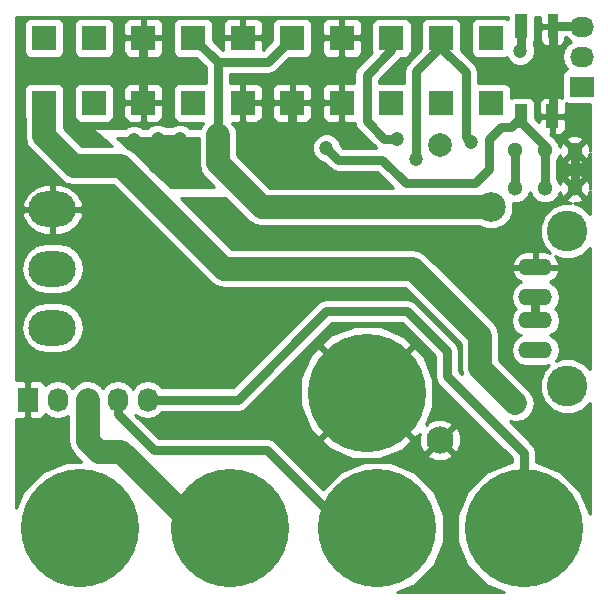
<source format=gbl>
%FSLAX46Y46*%
G04 Gerber Fmt 4.6, Leading zero omitted, Abs format (unit mm)*
G04 Created by KiCad (PCBNEW (2014-09-02 BZR 5112)-product) date jeu. 26 mars 2015 23:29:14 CET*
%MOMM*%
G01*
G04 APERTURE LIST*
%ADD10C,0.150000*%
%ADD11R,2.125980X2.125980*%
%ADD12C,10.000000*%
%ADD13O,4.000500X2.999740*%
%ADD14C,1.300000*%
%ADD15O,2.850000X1.425000*%
%ADD16C,3.450000*%
%ADD17C,1.998980*%
%ADD18C,2.301240*%
%ADD19R,1.727200X2.032000*%
%ADD20O,1.727200X2.032000*%
%ADD21R,2.032000X1.727200*%
%ADD22O,2.032000X1.727200*%
%ADD23R,0.899160X1.998980*%
%ADD24R,1.000760X1.998980*%
%ADD25C,1.200000*%
%ADD26C,2.500000*%
%ADD27C,0.800000*%
%ADD28C,2.000000*%
%ADD29C,0.254000*%
G04 APERTURE END LIST*
D10*
D11*
X109899860Y-52049180D03*
X109899860Y-57550820D03*
X114101020Y-52049180D03*
X114101020Y-57550820D03*
X118299640Y-52049180D03*
X118299640Y-57550820D03*
X122500800Y-52049180D03*
X122500800Y-57550820D03*
X126699420Y-52049180D03*
X126699420Y-57550820D03*
X130900580Y-52049180D03*
X130900580Y-57550820D03*
X135099200Y-52049180D03*
X135099200Y-57550820D03*
X139300360Y-52049180D03*
X139300360Y-57550820D03*
X143498980Y-52049180D03*
X143498980Y-57550820D03*
X147700140Y-52049180D03*
X147700140Y-57550820D03*
D12*
X125600000Y-93600000D03*
X150500000Y-93600000D03*
X112900000Y-93600000D03*
X137200000Y-82100000D03*
D13*
X110600000Y-71598740D03*
X110600000Y-66597480D03*
X110600000Y-76600000D03*
D12*
X138100000Y-93600000D03*
D14*
X152300000Y-64800000D03*
X154800000Y-64800000D03*
X149800000Y-64800000D03*
X149800000Y-61600000D03*
X154800000Y-61600000D03*
X152300000Y-61600000D03*
D15*
X151490000Y-78500000D03*
X151490000Y-76000000D03*
X151490000Y-74000000D03*
X151490000Y-71500000D03*
D16*
X154200000Y-81570000D03*
X154200000Y-68430000D03*
D17*
X143400000Y-61100660D03*
D18*
X143400000Y-86099340D03*
D19*
X108500000Y-82700000D03*
D20*
X111040000Y-82700000D03*
X113580000Y-82700000D03*
X116120000Y-82700000D03*
X118660000Y-82700000D03*
D21*
X155400000Y-56200000D03*
D22*
X155400000Y-53660000D03*
X155400000Y-51120000D03*
D23*
X152948740Y-51100160D03*
D24*
X150299520Y-51100160D03*
X150299520Y-58699840D03*
X152900480Y-58699840D03*
D25*
X139800000Y-60600000D03*
X141400000Y-62300000D03*
X146000000Y-60900000D03*
X117500000Y-60700000D03*
X119500000Y-60600000D03*
X121400000Y-60600000D03*
X122400000Y-61500000D03*
X120600000Y-61600000D03*
X118400000Y-61700000D03*
X119900000Y-62700000D03*
X121400000Y-62700000D03*
X121000000Y-63900000D03*
D26*
X147700000Y-66400000D03*
D25*
X131900000Y-68800000D03*
X131100000Y-63000000D03*
X149800000Y-83000000D03*
X133800000Y-61400000D03*
X150200000Y-53200000D03*
D27*
X138700000Y-60600000D02*
X139800000Y-60600000D01*
X137200000Y-59100000D02*
X138700000Y-60600000D01*
X137200000Y-55200000D02*
X137200000Y-59100000D01*
X139300360Y-53099640D02*
X137200000Y-55200000D01*
X139300360Y-52049180D02*
X139300360Y-53099640D01*
X141400000Y-54900000D02*
X141400000Y-62300000D01*
X143498980Y-52801020D02*
X141400000Y-54900000D01*
X143498980Y-52049180D02*
X143498980Y-52801020D01*
X143498980Y-52049180D02*
X143498980Y-52598980D01*
X143498980Y-52801020D02*
X143498980Y-52049180D01*
X145600000Y-55000000D02*
X145600000Y-60500000D01*
X145600000Y-60500000D02*
X146000000Y-60900000D01*
X143498980Y-52898980D02*
X145600000Y-55000000D01*
X143498980Y-52049180D02*
X143498980Y-52898980D01*
X121400000Y-60600000D02*
X119500000Y-60600000D01*
X120700000Y-61500000D02*
X122400000Y-61500000D01*
X120600000Y-61600000D02*
X120700000Y-61500000D01*
X118800000Y-62100000D02*
X118400000Y-61700000D01*
X119300000Y-62100000D02*
X118800000Y-62100000D01*
X119900000Y-62700000D02*
X119300000Y-62100000D01*
X121400000Y-63500000D02*
X121400000Y-62700000D01*
X121000000Y-63900000D02*
X121400000Y-63500000D01*
X124576500Y-54124880D02*
X122500800Y-52049180D01*
X124600000Y-54124880D02*
X124576500Y-54124880D01*
X130900580Y-52049180D02*
X128824880Y-54124880D01*
X128824880Y-54124880D02*
X124600000Y-54124880D01*
X124600000Y-54124880D02*
X124600000Y-59200000D01*
X124600000Y-60300000D02*
X124600000Y-59200000D01*
D28*
X124600000Y-62700000D02*
X124600000Y-60300000D01*
X128300000Y-66400000D02*
X124600000Y-62700000D01*
X136800000Y-66400000D02*
X128300000Y-66400000D01*
X136900000Y-66400000D02*
X136800000Y-66400000D01*
X136800000Y-66400000D02*
X147700000Y-66400000D01*
D27*
X151490000Y-74000000D02*
X151490000Y-76000000D01*
X131100000Y-63000000D02*
X130900580Y-62800580D01*
X130900580Y-62800580D02*
X130900580Y-57550820D01*
X118299640Y-52049180D02*
X118299640Y-57550820D01*
X154800000Y-61600000D02*
X154800000Y-64800000D01*
X152948740Y-51100160D02*
X152948740Y-51551260D01*
X152948740Y-58651580D02*
X152900480Y-58699840D01*
X152948740Y-51100160D02*
X152948740Y-58651580D01*
X155380160Y-51100160D02*
X155400000Y-51120000D01*
X152948740Y-51100160D02*
X155380160Y-51100160D01*
D28*
X109899860Y-60299860D02*
X109899860Y-60399860D01*
X109899860Y-57550820D02*
X109899860Y-60299860D01*
X146800000Y-80000000D02*
X149800000Y-83000000D01*
X146800000Y-77300000D02*
X146800000Y-80000000D01*
X141100000Y-71600000D02*
X146800000Y-77300000D01*
X125100000Y-71600000D02*
X141100000Y-71600000D01*
X116400000Y-62900000D02*
X125100000Y-71600000D01*
X112400000Y-62900000D02*
X116400000Y-62900000D01*
X109899860Y-60399860D02*
X112400000Y-62900000D01*
D27*
X152300000Y-61200000D02*
X152300000Y-64800000D01*
X150299520Y-59199520D02*
X152300000Y-61200000D01*
X150299520Y-58699840D02*
X150299520Y-59199520D01*
X149399360Y-59600000D02*
X150299520Y-58699840D01*
X146400000Y-64400000D02*
X147600000Y-63200000D01*
X147600000Y-63200000D02*
X147600000Y-60600000D01*
X147600000Y-60600000D02*
X148600000Y-59600000D01*
X140500000Y-64400000D02*
X143900000Y-64400000D01*
X138500000Y-62400000D02*
X140500000Y-64400000D01*
X134800000Y-62400000D02*
X138500000Y-62400000D01*
X133800000Y-61400000D02*
X134800000Y-62400000D01*
X143900000Y-64400000D02*
X146400000Y-64400000D01*
X148600000Y-59600000D02*
X149399360Y-59600000D01*
X116120000Y-82700000D02*
X116120000Y-83920000D01*
X128800000Y-87000000D02*
X135400000Y-93600000D01*
X119200000Y-87000000D02*
X128800000Y-87000000D01*
X116120000Y-83920000D02*
X119200000Y-87000000D01*
X135400000Y-93600000D02*
X138100000Y-93600000D01*
X150500000Y-93600000D02*
X150500000Y-87200000D01*
X126300000Y-82700000D02*
X118660000Y-82700000D01*
X133800000Y-75200000D02*
X126300000Y-82700000D01*
X140600000Y-75200000D02*
X133800000Y-75200000D01*
X144000000Y-78600000D02*
X140600000Y-75200000D01*
X144000000Y-80700000D02*
X144000000Y-78600000D01*
X150500000Y-87200000D02*
X144000000Y-80700000D01*
D28*
X125600000Y-93600000D02*
X122900000Y-93600000D01*
X122900000Y-93600000D02*
X116400000Y-87100000D01*
X113580000Y-86180000D02*
X113580000Y-82700000D01*
X114500000Y-87100000D02*
X113580000Y-86180000D01*
X116400000Y-87100000D02*
X114500000Y-87100000D01*
D27*
X149800000Y-64800000D02*
X149800000Y-61600000D01*
X150200000Y-53200000D02*
X150299520Y-53100480D01*
X150299520Y-53100480D02*
X150299520Y-51100160D01*
D29*
G36*
X149465000Y-87964094D02*
X149384047Y-87964024D01*
X147312199Y-88820094D01*
X145725665Y-90403861D01*
X145195634Y-91680317D01*
X145195634Y-86399825D01*
X145173940Y-85689792D01*
X144943959Y-85134569D01*
X144661473Y-85017472D01*
X144481868Y-85197077D01*
X144481868Y-84837867D01*
X144364771Y-84555381D01*
X143700485Y-84303706D01*
X142990452Y-84325400D01*
X142435229Y-84555381D01*
X142318132Y-84837864D01*
X142204203Y-84723935D01*
X142203571Y-84724566D01*
X142814933Y-83317417D01*
X142853407Y-81076005D01*
X142031202Y-78990487D01*
X141921636Y-78826511D01*
X141239137Y-78240468D01*
X141059532Y-78420073D01*
X141059532Y-78060863D01*
X140473489Y-77378364D01*
X138417417Y-76485067D01*
X136176005Y-76446593D01*
X134090487Y-77268798D01*
X133926511Y-77378364D01*
X133340468Y-78060863D01*
X137200000Y-81920395D01*
X141059532Y-78060863D01*
X141059532Y-78420073D01*
X137379605Y-82100000D01*
X141239137Y-85959532D01*
X141690246Y-85572176D01*
X141604366Y-85798855D01*
X141626060Y-86508888D01*
X141856041Y-87064111D01*
X142138527Y-87181208D01*
X143220395Y-86099340D01*
X143206252Y-86085197D01*
X143385857Y-85905592D01*
X143400000Y-85919735D01*
X144481868Y-84837867D01*
X144481868Y-85197077D01*
X143579605Y-86099340D01*
X144661473Y-87181208D01*
X144943959Y-87064111D01*
X145195634Y-86399825D01*
X145195634Y-91680317D01*
X144865980Y-92474212D01*
X144864024Y-94715953D01*
X145720094Y-96787801D01*
X147303861Y-98374335D01*
X148786546Y-98990000D01*
X144481868Y-98990000D01*
X144481868Y-87360813D01*
X143400000Y-86278945D01*
X143220395Y-86458550D01*
X142318132Y-87360813D01*
X142435229Y-87643299D01*
X143099515Y-87894974D01*
X143809548Y-87873280D01*
X144364771Y-87643299D01*
X144481868Y-87360813D01*
X144481868Y-98990000D01*
X139811260Y-98990000D01*
X141287801Y-98379906D01*
X142874335Y-96796139D01*
X143734020Y-94725788D01*
X143735976Y-92484047D01*
X142879906Y-90412199D01*
X141296139Y-88825665D01*
X141059532Y-88727417D01*
X141059532Y-86139137D01*
X137200000Y-82279605D01*
X137020395Y-82459210D01*
X137020395Y-82100000D01*
X133160863Y-78240468D01*
X132478364Y-78826511D01*
X131585067Y-80882583D01*
X131546593Y-83123995D01*
X132368798Y-85209513D01*
X132478364Y-85373489D01*
X133160863Y-85959532D01*
X137020395Y-82100000D01*
X137020395Y-82459210D01*
X133340468Y-86139137D01*
X133926511Y-86821636D01*
X135982583Y-87714933D01*
X138223995Y-87753407D01*
X140309513Y-86931202D01*
X140473489Y-86821636D01*
X141059532Y-86139137D01*
X141059532Y-88727417D01*
X139225788Y-87965980D01*
X136984047Y-87964024D01*
X134912199Y-88820094D01*
X133496767Y-90233056D01*
X129531856Y-86268144D01*
X129196077Y-86043785D01*
X128800000Y-85964999D01*
X128799994Y-85965000D01*
X126227000Y-85965000D01*
X119628711Y-85965000D01*
X117623826Y-83960115D01*
X118086511Y-84269271D01*
X118660000Y-84383345D01*
X119233489Y-84269271D01*
X119719670Y-83944415D01*
X119859596Y-83735000D01*
X126227000Y-83735000D01*
X126299994Y-83735000D01*
X126300000Y-83735001D01*
X126300000Y-83735000D01*
X126696077Y-83656215D01*
X127031856Y-83431856D01*
X134228711Y-76235000D01*
X140171288Y-76235000D01*
X142965000Y-79028711D01*
X142965000Y-80699994D01*
X142964999Y-80700000D01*
X143043785Y-81096077D01*
X143268144Y-81431856D01*
X149465000Y-87628711D01*
X149465000Y-87964094D01*
X149465000Y-87964094D01*
G37*
X149465000Y-87964094D02*
X149384047Y-87964024D01*
X147312199Y-88820094D01*
X145725665Y-90403861D01*
X145195634Y-91680317D01*
X145195634Y-86399825D01*
X145173940Y-85689792D01*
X144943959Y-85134569D01*
X144661473Y-85017472D01*
X144481868Y-85197077D01*
X144481868Y-84837867D01*
X144364771Y-84555381D01*
X143700485Y-84303706D01*
X142990452Y-84325400D01*
X142435229Y-84555381D01*
X142318132Y-84837864D01*
X142204203Y-84723935D01*
X142203571Y-84724566D01*
X142814933Y-83317417D01*
X142853407Y-81076005D01*
X142031202Y-78990487D01*
X141921636Y-78826511D01*
X141239137Y-78240468D01*
X141059532Y-78420073D01*
X141059532Y-78060863D01*
X140473489Y-77378364D01*
X138417417Y-76485067D01*
X136176005Y-76446593D01*
X134090487Y-77268798D01*
X133926511Y-77378364D01*
X133340468Y-78060863D01*
X137200000Y-81920395D01*
X141059532Y-78060863D01*
X141059532Y-78420073D01*
X137379605Y-82100000D01*
X141239137Y-85959532D01*
X141690246Y-85572176D01*
X141604366Y-85798855D01*
X141626060Y-86508888D01*
X141856041Y-87064111D01*
X142138527Y-87181208D01*
X143220395Y-86099340D01*
X143206252Y-86085197D01*
X143385857Y-85905592D01*
X143400000Y-85919735D01*
X144481868Y-84837867D01*
X144481868Y-85197077D01*
X143579605Y-86099340D01*
X144661473Y-87181208D01*
X144943959Y-87064111D01*
X145195634Y-86399825D01*
X145195634Y-91680317D01*
X144865980Y-92474212D01*
X144864024Y-94715953D01*
X145720094Y-96787801D01*
X147303861Y-98374335D01*
X148786546Y-98990000D01*
X144481868Y-98990000D01*
X144481868Y-87360813D01*
X143400000Y-86278945D01*
X143220395Y-86458550D01*
X142318132Y-87360813D01*
X142435229Y-87643299D01*
X143099515Y-87894974D01*
X143809548Y-87873280D01*
X144364771Y-87643299D01*
X144481868Y-87360813D01*
X144481868Y-98990000D01*
X139811260Y-98990000D01*
X141287801Y-98379906D01*
X142874335Y-96796139D01*
X143734020Y-94725788D01*
X143735976Y-92484047D01*
X142879906Y-90412199D01*
X141296139Y-88825665D01*
X141059532Y-88727417D01*
X141059532Y-86139137D01*
X137200000Y-82279605D01*
X137020395Y-82459210D01*
X137020395Y-82100000D01*
X133160863Y-78240468D01*
X132478364Y-78826511D01*
X131585067Y-80882583D01*
X131546593Y-83123995D01*
X132368798Y-85209513D01*
X132478364Y-85373489D01*
X133160863Y-85959532D01*
X137020395Y-82100000D01*
X137020395Y-82459210D01*
X133340468Y-86139137D01*
X133926511Y-86821636D01*
X135982583Y-87714933D01*
X138223995Y-87753407D01*
X140309513Y-86931202D01*
X140473489Y-86821636D01*
X141059532Y-86139137D01*
X141059532Y-88727417D01*
X139225788Y-87965980D01*
X136984047Y-87964024D01*
X134912199Y-88820094D01*
X133496767Y-90233056D01*
X129531856Y-86268144D01*
X129196077Y-86043785D01*
X128800000Y-85964999D01*
X128799994Y-85965000D01*
X126227000Y-85965000D01*
X119628711Y-85965000D01*
X117623826Y-83960115D01*
X118086511Y-84269271D01*
X118660000Y-84383345D01*
X119233489Y-84269271D01*
X119719670Y-83944415D01*
X119859596Y-83735000D01*
X126227000Y-83735000D01*
X126299994Y-83735000D01*
X126300000Y-83735001D01*
X126300000Y-83735000D01*
X126696077Y-83656215D01*
X127031856Y-83431856D01*
X134228711Y-76235000D01*
X140171288Y-76235000D01*
X142965000Y-79028711D01*
X142965000Y-80699994D01*
X142964999Y-80700000D01*
X143043785Y-81096077D01*
X143268144Y-81431856D01*
X149465000Y-87628711D01*
X149465000Y-87964094D01*
G36*
X156090000Y-92372776D02*
X155279906Y-90412199D01*
X153696139Y-88825665D01*
X151625788Y-87965980D01*
X151535000Y-87965900D01*
X151535000Y-87200005D01*
X151535000Y-87200000D01*
X151535001Y-87200000D01*
X151456215Y-86803923D01*
X151231856Y-86468144D01*
X151231852Y-86468141D01*
X149299070Y-84535358D01*
X149800000Y-84635001D01*
X150425688Y-84510543D01*
X150956120Y-84156120D01*
X151310543Y-83625688D01*
X151435001Y-83000000D01*
X151310543Y-82374313D01*
X150956120Y-81843881D01*
X148435000Y-79322760D01*
X148435000Y-77300000D01*
X148310543Y-76674313D01*
X148310543Y-76674312D01*
X148168580Y-76461851D01*
X147956120Y-76143880D01*
X147956116Y-76143877D01*
X142256120Y-70443880D01*
X141725688Y-70089457D01*
X141100000Y-69964999D01*
X141099994Y-69965000D01*
X126227000Y-69965000D01*
X125777240Y-69965000D01*
X121439240Y-65627000D01*
X125214760Y-65627000D01*
X126227000Y-66639239D01*
X127143877Y-67556116D01*
X127143880Y-67556120D01*
X127461851Y-67768580D01*
X127674312Y-67910543D01*
X127674313Y-67910543D01*
X128300000Y-68035000D01*
X136800000Y-68035000D01*
X136900000Y-68035000D01*
X146722129Y-68035000D01*
X147323405Y-68284672D01*
X148073305Y-68285326D01*
X148766372Y-67998957D01*
X149297093Y-67469161D01*
X149584672Y-66776595D01*
X149585275Y-66084813D01*
X150054481Y-66085223D01*
X150526943Y-65890005D01*
X150888735Y-65528845D01*
X151050155Y-65140102D01*
X151209995Y-65526943D01*
X151571155Y-65888735D01*
X152043276Y-66084777D01*
X152554481Y-66085223D01*
X153026943Y-65890005D01*
X153388735Y-65528845D01*
X153543238Y-65156760D01*
X153670389Y-65463729D01*
X153900984Y-65519410D01*
X154620395Y-64800000D01*
X153900984Y-64080590D01*
X153670389Y-64136271D01*
X153554147Y-64470310D01*
X153390005Y-64073057D01*
X153335000Y-64017955D01*
X153335000Y-62382486D01*
X153388735Y-62328845D01*
X153543238Y-61956760D01*
X153670389Y-62263729D01*
X153900984Y-62319410D01*
X154620395Y-61600000D01*
X154035860Y-61015465D01*
X154035860Y-59825639D01*
X154035860Y-58985590D01*
X153877110Y-58826840D01*
X153027480Y-58826840D01*
X153027480Y-60175580D01*
X153186230Y-60334330D01*
X153274551Y-60334330D01*
X153527170Y-60334330D01*
X153760559Y-60237657D01*
X153939187Y-60059028D01*
X154035860Y-59825639D01*
X154035860Y-61015465D01*
X153900984Y-60880590D01*
X153670389Y-60936271D01*
X153554147Y-61270310D01*
X153390005Y-60873057D01*
X153125088Y-60607676D01*
X153031856Y-60468145D01*
X153031856Y-60468144D01*
X153031852Y-60468141D01*
X152821740Y-60258029D01*
X152821740Y-52575900D01*
X152821740Y-51227160D01*
X152022910Y-51227160D01*
X151864160Y-51385910D01*
X151864160Y-52225959D01*
X151960833Y-52459348D01*
X152139461Y-52637977D01*
X152372850Y-52734650D01*
X152625469Y-52734650D01*
X152662990Y-52734650D01*
X152821740Y-52575900D01*
X152821740Y-60258029D01*
X152756385Y-60192674D01*
X152773480Y-60175580D01*
X152773480Y-58826840D01*
X152773480Y-58572840D01*
X152773480Y-57224100D01*
X152614730Y-57065350D01*
X152526409Y-57065350D01*
X152273790Y-57065350D01*
X152040401Y-57162023D01*
X151861773Y-57340652D01*
X151765100Y-57574041D01*
X151765100Y-58414090D01*
X151923850Y-58572840D01*
X152773480Y-58572840D01*
X152773480Y-58826840D01*
X151923850Y-58826840D01*
X151765100Y-58985590D01*
X151765100Y-59201388D01*
X151434900Y-58871188D01*
X151434900Y-57574041D01*
X151338227Y-57340652D01*
X151159599Y-57162023D01*
X150926210Y-57065350D01*
X150673591Y-57065350D01*
X149672831Y-57065350D01*
X149439442Y-57162023D01*
X149398130Y-57203334D01*
X149398130Y-56361521D01*
X149301457Y-56128132D01*
X149122829Y-55949503D01*
X148889440Y-55852830D01*
X148636821Y-55852830D01*
X146635000Y-55852830D01*
X146635000Y-55000005D01*
X146635000Y-55000000D01*
X146635001Y-55000000D01*
X146556215Y-54603923D01*
X146331856Y-54268144D01*
X145196970Y-53133258D01*
X145196970Y-52985861D01*
X145196970Y-50859881D01*
X145100297Y-50626492D01*
X144921669Y-50447863D01*
X144688280Y-50351190D01*
X144435661Y-50351190D01*
X142309681Y-50351190D01*
X142076292Y-50447863D01*
X141897663Y-50626491D01*
X141800990Y-50859880D01*
X141800990Y-51112499D01*
X141800990Y-53035298D01*
X140668144Y-54168144D01*
X140443785Y-54503923D01*
X140364999Y-54900000D01*
X140365000Y-54900005D01*
X140365000Y-55852830D01*
X140237041Y-55852830D01*
X138235000Y-55852830D01*
X138235000Y-55628711D01*
X140032212Y-53831498D01*
X140032216Y-53831496D01*
X140032216Y-53831495D01*
X140088559Y-53747170D01*
X140088560Y-53747170D01*
X140489659Y-53747170D01*
X140723048Y-53650497D01*
X140901677Y-53471869D01*
X140998350Y-53238480D01*
X140998350Y-52985861D01*
X140998350Y-50859881D01*
X140901677Y-50626492D01*
X140723049Y-50447863D01*
X140489660Y-50351190D01*
X140237041Y-50351190D01*
X138111061Y-50351190D01*
X137877672Y-50447863D01*
X137699043Y-50626491D01*
X137602370Y-50859880D01*
X137602370Y-51112499D01*
X137602370Y-53238479D01*
X137630323Y-53305964D01*
X136797190Y-54139097D01*
X136797190Y-53238480D01*
X136797190Y-52985861D01*
X136797190Y-52334930D01*
X136797190Y-51763430D01*
X136797190Y-51112499D01*
X136797190Y-50859880D01*
X136700517Y-50626491D01*
X136521888Y-50447863D01*
X136288499Y-50351190D01*
X135384950Y-50351190D01*
X135226200Y-50509940D01*
X135226200Y-51922180D01*
X136638440Y-51922180D01*
X136797190Y-51763430D01*
X136797190Y-52334930D01*
X136638440Y-52176180D01*
X135226200Y-52176180D01*
X135226200Y-53588420D01*
X135384950Y-53747170D01*
X136288499Y-53747170D01*
X136521888Y-53650497D01*
X136700517Y-53471869D01*
X136797190Y-53238480D01*
X136797190Y-54139097D01*
X136468144Y-54468144D01*
X136243785Y-54803923D01*
X136164999Y-55200000D01*
X136165000Y-55200005D01*
X136165000Y-55852830D01*
X135384950Y-55852830D01*
X135226200Y-56011580D01*
X135226200Y-57423820D01*
X135246200Y-57423820D01*
X135246200Y-57677820D01*
X135226200Y-57677820D01*
X135226200Y-59090060D01*
X135384950Y-59248810D01*
X136194599Y-59248810D01*
X136243785Y-59496077D01*
X136468144Y-59831856D01*
X137968141Y-61331852D01*
X137968144Y-61331856D01*
X138017747Y-61365000D01*
X135228711Y-61365000D01*
X135035199Y-61171488D01*
X135035214Y-61155421D01*
X134972200Y-61002916D01*
X134972200Y-59090060D01*
X134972200Y-57677820D01*
X134972200Y-57423820D01*
X134972200Y-56011580D01*
X134972200Y-53588420D01*
X134972200Y-52176180D01*
X134972200Y-51922180D01*
X134972200Y-50509940D01*
X134813450Y-50351190D01*
X133909901Y-50351190D01*
X133676512Y-50447863D01*
X133497883Y-50626491D01*
X133401210Y-50859880D01*
X133401210Y-51112499D01*
X133401210Y-51763430D01*
X133559960Y-51922180D01*
X134972200Y-51922180D01*
X134972200Y-52176180D01*
X133559960Y-52176180D01*
X133401210Y-52334930D01*
X133401210Y-52985861D01*
X133401210Y-53238480D01*
X133497883Y-53471869D01*
X133676512Y-53650497D01*
X133909901Y-53747170D01*
X134813450Y-53747170D01*
X134972200Y-53588420D01*
X134972200Y-56011580D01*
X134813450Y-55852830D01*
X133909901Y-55852830D01*
X133676512Y-55949503D01*
X133497883Y-56128131D01*
X133401210Y-56361520D01*
X133401210Y-56614139D01*
X133401210Y-57265070D01*
X133559960Y-57423820D01*
X134972200Y-57423820D01*
X134972200Y-57677820D01*
X133559960Y-57677820D01*
X133401210Y-57836570D01*
X133401210Y-58487501D01*
X133401210Y-58740120D01*
X133497883Y-58973509D01*
X133676512Y-59152137D01*
X133909901Y-59248810D01*
X134813450Y-59248810D01*
X134972200Y-59090060D01*
X134972200Y-61002916D01*
X134847592Y-60701343D01*
X134500485Y-60353629D01*
X134046734Y-60165215D01*
X133555421Y-60164786D01*
X133101343Y-60352408D01*
X132753629Y-60699515D01*
X132598570Y-61072938D01*
X132598570Y-58740120D01*
X132598570Y-58487501D01*
X132598570Y-57836570D01*
X132598570Y-57265070D01*
X132598570Y-56614139D01*
X132598570Y-56361520D01*
X132501897Y-56128131D01*
X132323268Y-55949503D01*
X132089879Y-55852830D01*
X131186330Y-55852830D01*
X131027580Y-56011580D01*
X131027580Y-57423820D01*
X132439820Y-57423820D01*
X132598570Y-57265070D01*
X132598570Y-57836570D01*
X132439820Y-57677820D01*
X131027580Y-57677820D01*
X131027580Y-59090060D01*
X131186330Y-59248810D01*
X132089879Y-59248810D01*
X132323268Y-59152137D01*
X132501897Y-58973509D01*
X132598570Y-58740120D01*
X132598570Y-61072938D01*
X132565215Y-61153266D01*
X132564786Y-61644579D01*
X132752408Y-62098657D01*
X133099515Y-62446371D01*
X133553266Y-62634785D01*
X133571089Y-62634800D01*
X134068141Y-63131852D01*
X134068144Y-63131856D01*
X134068145Y-63131856D01*
X134403923Y-63356215D01*
X134800000Y-63435001D01*
X134800000Y-63435000D01*
X134800005Y-63435000D01*
X138071288Y-63435000D01*
X139401288Y-64765000D01*
X136900000Y-64765000D01*
X136800000Y-64765000D01*
X130773580Y-64765000D01*
X130773580Y-59090060D01*
X130773580Y-57677820D01*
X130773580Y-57423820D01*
X130773580Y-56011580D01*
X130614830Y-55852830D01*
X129711281Y-55852830D01*
X129477892Y-55949503D01*
X129299263Y-56128131D01*
X129202590Y-56361520D01*
X129202590Y-56614139D01*
X129202590Y-57265070D01*
X129361340Y-57423820D01*
X130773580Y-57423820D01*
X130773580Y-57677820D01*
X129361340Y-57677820D01*
X129202590Y-57836570D01*
X129202590Y-58487501D01*
X129202590Y-58740120D01*
X129299263Y-58973509D01*
X129477892Y-59152137D01*
X129711281Y-59248810D01*
X130614830Y-59248810D01*
X130773580Y-59090060D01*
X130773580Y-64765000D01*
X128977239Y-64765000D01*
X128397410Y-64185170D01*
X128397410Y-58740120D01*
X128397410Y-58487501D01*
X128397410Y-57836570D01*
X128397410Y-57265070D01*
X128397410Y-56614139D01*
X128397410Y-56361520D01*
X128300737Y-56128131D01*
X128122108Y-55949503D01*
X127888719Y-55852830D01*
X126985170Y-55852830D01*
X126826420Y-56011580D01*
X126826420Y-57423820D01*
X128238660Y-57423820D01*
X128397410Y-57265070D01*
X128397410Y-57836570D01*
X128238660Y-57677820D01*
X126826420Y-57677820D01*
X126826420Y-59090060D01*
X126985170Y-59248810D01*
X127888719Y-59248810D01*
X128122108Y-59152137D01*
X128300737Y-58973509D01*
X128397410Y-58740120D01*
X128397410Y-64185170D01*
X126235000Y-62022760D01*
X126235000Y-60300000D01*
X126227000Y-60259781D01*
X126227000Y-59673000D01*
X126109665Y-59673000D01*
X125826231Y-59248810D01*
X126413670Y-59248810D01*
X126572420Y-59090060D01*
X126572420Y-57677820D01*
X126552420Y-57677820D01*
X126552420Y-57423820D01*
X126572420Y-57423820D01*
X126572420Y-56011580D01*
X126413670Y-55852830D01*
X125635000Y-55852830D01*
X125635000Y-55159880D01*
X128824874Y-55159880D01*
X128824880Y-55159881D01*
X128824880Y-55159880D01*
X129220957Y-55081095D01*
X129556736Y-54856736D01*
X130666301Y-53747170D01*
X132089879Y-53747170D01*
X132323268Y-53650497D01*
X132501897Y-53471869D01*
X132598570Y-53238480D01*
X132598570Y-52985861D01*
X132598570Y-50859881D01*
X132501897Y-50626492D01*
X132323269Y-50447863D01*
X132089880Y-50351190D01*
X131837261Y-50351190D01*
X129711281Y-50351190D01*
X129477892Y-50447863D01*
X129299263Y-50626491D01*
X129202590Y-50859880D01*
X129202590Y-51112499D01*
X129202590Y-52283458D01*
X128397410Y-53088638D01*
X128397410Y-52985861D01*
X128397410Y-52334930D01*
X128397410Y-51763430D01*
X128397410Y-51112499D01*
X128397410Y-50859880D01*
X128300737Y-50626491D01*
X128122108Y-50447863D01*
X127888719Y-50351190D01*
X126985170Y-50351190D01*
X126826420Y-50509940D01*
X126826420Y-51922180D01*
X128238660Y-51922180D01*
X128397410Y-51763430D01*
X128397410Y-52334930D01*
X128238660Y-52176180D01*
X126826420Y-52176180D01*
X126826420Y-52196180D01*
X126572420Y-52196180D01*
X126572420Y-52176180D01*
X126572420Y-51922180D01*
X126572420Y-50509940D01*
X126413670Y-50351190D01*
X125510121Y-50351190D01*
X125276732Y-50447863D01*
X125098103Y-50626491D01*
X125001430Y-50859880D01*
X125001430Y-51112499D01*
X125001430Y-51763430D01*
X125160180Y-51922180D01*
X126572420Y-51922180D01*
X126572420Y-52176180D01*
X125160180Y-52176180D01*
X125001430Y-52334930D01*
X125001430Y-52985861D01*
X125001430Y-53086098D01*
X124198790Y-52283458D01*
X124198790Y-50859881D01*
X124102117Y-50626492D01*
X123923489Y-50447863D01*
X123690100Y-50351190D01*
X123437481Y-50351190D01*
X121311501Y-50351190D01*
X121078112Y-50447863D01*
X120899483Y-50626491D01*
X120802810Y-50859880D01*
X120802810Y-51112499D01*
X120802810Y-53238479D01*
X120899483Y-53471868D01*
X121078111Y-53650497D01*
X121311500Y-53747170D01*
X121564119Y-53747170D01*
X122735078Y-53747170D01*
X123565000Y-54577091D01*
X123565000Y-55852830D01*
X123437481Y-55852830D01*
X121311501Y-55852830D01*
X121078112Y-55949503D01*
X120899483Y-56128131D01*
X120802810Y-56361520D01*
X120802810Y-56614139D01*
X120802810Y-58740119D01*
X120899483Y-58973508D01*
X121078111Y-59152137D01*
X121311500Y-59248810D01*
X121564119Y-59248810D01*
X123373768Y-59248810D01*
X123090334Y-59673000D01*
X122219647Y-59673000D01*
X122100485Y-59553629D01*
X121646734Y-59365215D01*
X121155421Y-59364786D01*
X120701343Y-59552408D01*
X120688728Y-59565000D01*
X120211836Y-59565000D01*
X120200485Y-59553629D01*
X119997630Y-59469396D01*
X119997630Y-58740120D01*
X119997630Y-58487501D01*
X119997630Y-57836570D01*
X119997630Y-57265070D01*
X119997630Y-56614139D01*
X119997630Y-56361520D01*
X119997630Y-53238480D01*
X119997630Y-52985861D01*
X119997630Y-52334930D01*
X119997630Y-51763430D01*
X119997630Y-51112499D01*
X119997630Y-50859880D01*
X119900957Y-50626491D01*
X119722328Y-50447863D01*
X119488939Y-50351190D01*
X118585390Y-50351190D01*
X118426640Y-50509940D01*
X118426640Y-51922180D01*
X119838880Y-51922180D01*
X119997630Y-51763430D01*
X119997630Y-52334930D01*
X119838880Y-52176180D01*
X118426640Y-52176180D01*
X118426640Y-53588420D01*
X118585390Y-53747170D01*
X119488939Y-53747170D01*
X119722328Y-53650497D01*
X119900957Y-53471869D01*
X119997630Y-53238480D01*
X119997630Y-56361520D01*
X119900957Y-56128131D01*
X119722328Y-55949503D01*
X119488939Y-55852830D01*
X118585390Y-55852830D01*
X118426640Y-56011580D01*
X118426640Y-57423820D01*
X119838880Y-57423820D01*
X119997630Y-57265070D01*
X119997630Y-57836570D01*
X119838880Y-57677820D01*
X118426640Y-57677820D01*
X118426640Y-59090060D01*
X118585390Y-59248810D01*
X119488939Y-59248810D01*
X119722328Y-59152137D01*
X119900957Y-58973509D01*
X119997630Y-58740120D01*
X119997630Y-59469396D01*
X119746734Y-59365215D01*
X119255421Y-59364786D01*
X118801343Y-59552408D01*
X118680540Y-59673000D01*
X118219822Y-59673000D01*
X118200485Y-59653629D01*
X118172640Y-59642066D01*
X118172640Y-59090060D01*
X118172640Y-57677820D01*
X118172640Y-57423820D01*
X118172640Y-56011580D01*
X118172640Y-53588420D01*
X118172640Y-52176180D01*
X118172640Y-51922180D01*
X118172640Y-50509940D01*
X118013890Y-50351190D01*
X117110341Y-50351190D01*
X116876952Y-50447863D01*
X116698323Y-50626491D01*
X116601650Y-50859880D01*
X116601650Y-51112499D01*
X116601650Y-51763430D01*
X116760400Y-51922180D01*
X118172640Y-51922180D01*
X118172640Y-52176180D01*
X116760400Y-52176180D01*
X116601650Y-52334930D01*
X116601650Y-52985861D01*
X116601650Y-53238480D01*
X116698323Y-53471869D01*
X116876952Y-53650497D01*
X117110341Y-53747170D01*
X118013890Y-53747170D01*
X118172640Y-53588420D01*
X118172640Y-56011580D01*
X118013890Y-55852830D01*
X117110341Y-55852830D01*
X116876952Y-55949503D01*
X116698323Y-56128131D01*
X116601650Y-56361520D01*
X116601650Y-56614139D01*
X116601650Y-57265070D01*
X116760400Y-57423820D01*
X118172640Y-57423820D01*
X118172640Y-57677820D01*
X116760400Y-57677820D01*
X116601650Y-57836570D01*
X116601650Y-58487501D01*
X116601650Y-58740120D01*
X116698323Y-58973509D01*
X116876952Y-59152137D01*
X117110341Y-59248810D01*
X118013890Y-59248810D01*
X118172640Y-59090060D01*
X118172640Y-59642066D01*
X117746734Y-59465215D01*
X117255421Y-59464786D01*
X116801343Y-59652408D01*
X116780714Y-59673000D01*
X115799010Y-59673000D01*
X115799010Y-58740120D01*
X115799010Y-58487501D01*
X115799010Y-56361521D01*
X115799010Y-53238480D01*
X115799010Y-52985861D01*
X115799010Y-50859881D01*
X115702337Y-50626492D01*
X115523709Y-50447863D01*
X115290320Y-50351190D01*
X115037701Y-50351190D01*
X112911721Y-50351190D01*
X112678332Y-50447863D01*
X112499703Y-50626491D01*
X112403030Y-50859880D01*
X112403030Y-51112499D01*
X112403030Y-53238479D01*
X112499703Y-53471868D01*
X112678331Y-53650497D01*
X112911720Y-53747170D01*
X113164339Y-53747170D01*
X115290319Y-53747170D01*
X115523708Y-53650497D01*
X115702337Y-53471869D01*
X115799010Y-53238480D01*
X115799010Y-56361521D01*
X115702337Y-56128132D01*
X115523709Y-55949503D01*
X115290320Y-55852830D01*
X115037701Y-55852830D01*
X112911721Y-55852830D01*
X112678332Y-55949503D01*
X112499703Y-56128131D01*
X112403030Y-56361520D01*
X112403030Y-56614139D01*
X112403030Y-58740119D01*
X112499703Y-58973508D01*
X112678331Y-59152137D01*
X112911720Y-59248810D01*
X113164339Y-59248810D01*
X115290319Y-59248810D01*
X115523708Y-59152137D01*
X115702337Y-58973509D01*
X115799010Y-58740120D01*
X115799010Y-59673000D01*
X113866451Y-59673000D01*
X115653959Y-61265000D01*
X113077240Y-61265000D01*
X111534860Y-59722620D01*
X111534860Y-58892191D01*
X111597850Y-58740120D01*
X111597850Y-58487501D01*
X111597850Y-56361521D01*
X111597850Y-53238480D01*
X111597850Y-52985861D01*
X111597850Y-50859881D01*
X111501177Y-50626492D01*
X111322549Y-50447863D01*
X111089160Y-50351190D01*
X110836541Y-50351190D01*
X108710561Y-50351190D01*
X108477172Y-50447863D01*
X108298543Y-50626491D01*
X108201870Y-50859880D01*
X108201870Y-51112499D01*
X108201870Y-53238479D01*
X108298543Y-53471868D01*
X108477171Y-53650497D01*
X108710560Y-53747170D01*
X108963179Y-53747170D01*
X111089159Y-53747170D01*
X111322548Y-53650497D01*
X111501177Y-53471869D01*
X111597850Y-53238480D01*
X111597850Y-56361521D01*
X111501177Y-56128132D01*
X111322549Y-55949503D01*
X111089160Y-55852830D01*
X110836541Y-55852830D01*
X108710561Y-55852830D01*
X108477172Y-55949503D01*
X108298543Y-56128131D01*
X108201870Y-56361520D01*
X108201870Y-56614139D01*
X108201870Y-58740119D01*
X108264860Y-58892190D01*
X108264860Y-60299860D01*
X108264860Y-60399854D01*
X108264859Y-60399860D01*
X108389317Y-61025548D01*
X108743740Y-61555980D01*
X111243880Y-64056120D01*
X111774312Y-64410543D01*
X111774313Y-64410543D01*
X112400000Y-64535001D01*
X112400000Y-64535000D01*
X112400005Y-64535000D01*
X115722760Y-64535000D01*
X123943880Y-72756120D01*
X124474312Y-73110543D01*
X124474313Y-73110543D01*
X125100000Y-73235001D01*
X125100000Y-73235000D01*
X125100005Y-73235000D01*
X126227000Y-73235000D01*
X140422760Y-73235000D01*
X145165000Y-77977239D01*
X145165000Y-79999994D01*
X145164999Y-80000000D01*
X145264640Y-80500928D01*
X145035000Y-80271288D01*
X145035000Y-78600005D01*
X145035000Y-78600000D01*
X145035001Y-78600000D01*
X144956215Y-78203923D01*
X144731856Y-77868144D01*
X144731852Y-77868141D01*
X141331856Y-74468144D01*
X140996077Y-74243785D01*
X140600000Y-74164999D01*
X140599994Y-74165000D01*
X133800005Y-74165000D01*
X133800000Y-74164999D01*
X133403923Y-74243785D01*
X133068144Y-74468144D01*
X133068141Y-74468147D01*
X126227000Y-81309288D01*
X125871288Y-81665000D01*
X119859596Y-81665000D01*
X119719670Y-81455585D01*
X119233489Y-81130729D01*
X118660000Y-81016655D01*
X118086511Y-81130729D01*
X117600330Y-81455585D01*
X117390000Y-81770365D01*
X117179670Y-81455585D01*
X116693489Y-81130729D01*
X116120000Y-81016655D01*
X115546511Y-81130729D01*
X115060330Y-81455585D01*
X114868726Y-81742339D01*
X114736120Y-81543880D01*
X114668458Y-81498670D01*
X114639670Y-81455585D01*
X114153489Y-81130729D01*
X113580000Y-81016655D01*
X113286878Y-81074960D01*
X113286878Y-76600000D01*
X113286878Y-71598740D01*
X113185365Y-71088398D01*
X113185365Y-67056292D01*
X113185365Y-66138668D01*
X113121344Y-65897833D01*
X112699764Y-65177701D01*
X112034692Y-64673718D01*
X111227380Y-64462610D01*
X110727000Y-64462610D01*
X110727000Y-66470480D01*
X113072415Y-66470480D01*
X113185365Y-66138668D01*
X113185365Y-67056292D01*
X113072415Y-66724480D01*
X110727000Y-66724480D01*
X110727000Y-68732350D01*
X111227380Y-68732350D01*
X112034692Y-68521242D01*
X112699764Y-68017259D01*
X113121344Y-67297127D01*
X113185365Y-67056292D01*
X113185365Y-71088398D01*
X113124371Y-70781761D01*
X112661589Y-70089159D01*
X111968987Y-69626377D01*
X111152008Y-69463870D01*
X110473000Y-69463870D01*
X110473000Y-68732350D01*
X110473000Y-66724480D01*
X110473000Y-66470480D01*
X110473000Y-64462610D01*
X109972620Y-64462610D01*
X109165308Y-64673718D01*
X108500236Y-65177701D01*
X108078656Y-65897833D01*
X108014635Y-66138668D01*
X108127585Y-66470480D01*
X110473000Y-66470480D01*
X110473000Y-66724480D01*
X108127585Y-66724480D01*
X108014635Y-67056292D01*
X108078656Y-67297127D01*
X108500236Y-68017259D01*
X109165308Y-68521242D01*
X109972620Y-68732350D01*
X110473000Y-68732350D01*
X110473000Y-69463870D01*
X110047992Y-69463870D01*
X109231013Y-69626377D01*
X108538411Y-70089159D01*
X108075629Y-70781761D01*
X107913122Y-71598740D01*
X108075629Y-72415719D01*
X108538411Y-73108321D01*
X109231013Y-73571103D01*
X110047992Y-73733610D01*
X111152008Y-73733610D01*
X111968987Y-73571103D01*
X112661589Y-73108321D01*
X113124371Y-72415719D01*
X113286878Y-71598740D01*
X113286878Y-76600000D01*
X113124371Y-75783021D01*
X112661589Y-75090419D01*
X111968987Y-74627637D01*
X111152008Y-74465130D01*
X110047992Y-74465130D01*
X109231013Y-74627637D01*
X108538411Y-75090419D01*
X108075629Y-75783021D01*
X107913122Y-76600000D01*
X108075629Y-77416979D01*
X108538411Y-78109581D01*
X109231013Y-78572363D01*
X110047992Y-78734870D01*
X111152008Y-78734870D01*
X111968987Y-78572363D01*
X112661589Y-78109581D01*
X113124371Y-77416979D01*
X113286878Y-76600000D01*
X113286878Y-81074960D01*
X113006511Y-81130729D01*
X112520330Y-81455585D01*
X112491541Y-81498670D01*
X112423880Y-81543880D01*
X112291273Y-81742339D01*
X112099670Y-81455585D01*
X111613489Y-81130729D01*
X111040000Y-81016655D01*
X110466511Y-81130729D01*
X109980330Y-81455585D01*
X109965499Y-81477780D01*
X109901927Y-81324302D01*
X109723299Y-81145673D01*
X109489910Y-81049000D01*
X109237291Y-81049000D01*
X108785750Y-81049000D01*
X108627000Y-81207750D01*
X108627000Y-82573000D01*
X108647000Y-82573000D01*
X108647000Y-82827000D01*
X108627000Y-82827000D01*
X108627000Y-84192250D01*
X108785750Y-84351000D01*
X109237291Y-84351000D01*
X109489910Y-84351000D01*
X109723299Y-84254327D01*
X109901927Y-84075698D01*
X109965499Y-83922219D01*
X109980330Y-83944415D01*
X110466511Y-84269271D01*
X111040000Y-84383345D01*
X111613489Y-84269271D01*
X111945000Y-84047762D01*
X111945000Y-86179994D01*
X111944999Y-86180000D01*
X112069457Y-86805688D01*
X112423880Y-87336120D01*
X113052891Y-87965131D01*
X111784047Y-87964024D01*
X109712199Y-88820094D01*
X108125665Y-90403861D01*
X107510000Y-91886546D01*
X107510000Y-84350962D01*
X107510090Y-84351000D01*
X107762709Y-84351000D01*
X108214250Y-84351000D01*
X108373000Y-84192250D01*
X108373000Y-82827000D01*
X108353000Y-82827000D01*
X108353000Y-82573000D01*
X108373000Y-82573000D01*
X108373000Y-81207750D01*
X108214250Y-81049000D01*
X107762709Y-81049000D01*
X107510090Y-81049000D01*
X107510000Y-81049037D01*
X107510000Y-50310000D01*
X149164140Y-50310000D01*
X149164140Y-50489174D01*
X149122829Y-50447863D01*
X148889440Y-50351190D01*
X148636821Y-50351190D01*
X146510841Y-50351190D01*
X146277452Y-50447863D01*
X146098823Y-50626491D01*
X146002150Y-50859880D01*
X146002150Y-51112499D01*
X146002150Y-53238479D01*
X146098823Y-53471868D01*
X146277451Y-53650497D01*
X146510840Y-53747170D01*
X146763459Y-53747170D01*
X148889439Y-53747170D01*
X149060531Y-53676300D01*
X149152408Y-53898657D01*
X149499515Y-54246371D01*
X149953266Y-54434785D01*
X150444579Y-54435214D01*
X150898657Y-54247592D01*
X151246371Y-53900485D01*
X151434785Y-53446734D01*
X151435214Y-52955421D01*
X151334520Y-52711723D01*
X151334520Y-52463055D01*
X151338227Y-52459349D01*
X151434900Y-52225960D01*
X151434900Y-51973341D01*
X151434900Y-50310000D01*
X151864160Y-50310000D01*
X151864160Y-50814410D01*
X152022910Y-50973160D01*
X152821740Y-50973160D01*
X152821740Y-50953160D01*
X153075740Y-50953160D01*
X153075740Y-50973160D01*
X153874570Y-50973160D01*
X153893527Y-50954202D01*
X153913783Y-50993000D01*
X155273000Y-50993000D01*
X155273000Y-50973000D01*
X155527000Y-50973000D01*
X155527000Y-50993000D01*
X155547000Y-50993000D01*
X155547000Y-51247000D01*
X155527000Y-51247000D01*
X155527000Y-51267000D01*
X155273000Y-51267000D01*
X155273000Y-51247000D01*
X153913783Y-51247000D01*
X153907137Y-51259727D01*
X153874570Y-51227160D01*
X153075740Y-51227160D01*
X153075740Y-52575900D01*
X153234490Y-52734650D01*
X153272011Y-52734650D01*
X153524630Y-52734650D01*
X153758019Y-52637977D01*
X153936647Y-52459348D01*
X154033320Y-52225959D01*
X154033320Y-51988928D01*
X154049268Y-52022036D01*
X154465069Y-52393539D01*
X154155585Y-52600330D01*
X153830729Y-53086511D01*
X153716655Y-53660000D01*
X153830729Y-54233489D01*
X154155585Y-54719670D01*
X154177780Y-54734500D01*
X154024302Y-54798073D01*
X153845673Y-54976701D01*
X153749000Y-55210090D01*
X153749000Y-55462709D01*
X153749000Y-57157235D01*
X153527170Y-57065350D01*
X153274551Y-57065350D01*
X153186230Y-57065350D01*
X153027480Y-57224100D01*
X153027480Y-58572840D01*
X153877110Y-58572840D01*
X154035860Y-58414090D01*
X154035860Y-57606714D01*
X154257690Y-57698600D01*
X154510309Y-57698600D01*
X156090000Y-57698600D01*
X156090000Y-61649235D01*
X156068083Y-61270572D01*
X155929611Y-60936271D01*
X155699016Y-60880590D01*
X155519410Y-61060195D01*
X155519410Y-60700984D01*
X155463729Y-60470389D01*
X154980922Y-60302378D01*
X154470572Y-60331917D01*
X154136271Y-60470389D01*
X154080590Y-60700984D01*
X154800000Y-61420395D01*
X155519410Y-60700984D01*
X155519410Y-61060195D01*
X154979605Y-61600000D01*
X155699016Y-62319410D01*
X155929611Y-62263729D01*
X156090000Y-61802825D01*
X156090000Y-64849235D01*
X156068083Y-64470572D01*
X155929611Y-64136271D01*
X155699016Y-64080590D01*
X155519410Y-64260195D01*
X155519410Y-63900984D01*
X155519410Y-62499016D01*
X154800000Y-61779605D01*
X154080590Y-62499016D01*
X154136271Y-62729611D01*
X154619078Y-62897622D01*
X155129428Y-62868083D01*
X155463729Y-62729611D01*
X155519410Y-62499016D01*
X155519410Y-63900984D01*
X155463729Y-63670389D01*
X154980922Y-63502378D01*
X154470572Y-63531917D01*
X154136271Y-63670389D01*
X154080590Y-63900984D01*
X154800000Y-64620395D01*
X155519410Y-63900984D01*
X155519410Y-64260195D01*
X154979605Y-64800000D01*
X155699016Y-65519410D01*
X155929611Y-65463729D01*
X156090000Y-65002825D01*
X156090000Y-66982841D01*
X155538578Y-66430456D01*
X154722594Y-66091630D01*
X155129428Y-66068083D01*
X155463729Y-65929611D01*
X155519410Y-65699016D01*
X154800000Y-64979605D01*
X154080590Y-65699016D01*
X154136271Y-65929611D01*
X154540554Y-66070296D01*
X153732627Y-66069591D01*
X152864914Y-66428123D01*
X152200456Y-67091422D01*
X151840411Y-67958508D01*
X151839591Y-68897373D01*
X152198123Y-69765086D01*
X152693387Y-70261215D01*
X152329500Y-70152500D01*
X151617000Y-70152500D01*
X151617000Y-71373000D01*
X153384447Y-71373000D01*
X153507619Y-71164706D01*
X153496029Y-71101667D01*
X153245129Y-70636976D01*
X153124398Y-70538741D01*
X153728508Y-70789589D01*
X154667373Y-70790409D01*
X155535086Y-70431877D01*
X156090000Y-69877930D01*
X156090000Y-80122841D01*
X155538578Y-79570456D01*
X154671492Y-79210411D01*
X153732627Y-79209591D01*
X153215412Y-79423299D01*
X153487786Y-79015666D01*
X153590358Y-78500000D01*
X153487786Y-77984334D01*
X153195684Y-77547174D01*
X152758524Y-77255072D01*
X152733025Y-77250000D01*
X152758524Y-77244928D01*
X153195684Y-76952826D01*
X153487786Y-76515666D01*
X153590358Y-76000000D01*
X153487786Y-75484334D01*
X153195684Y-75047174D01*
X153125083Y-75000000D01*
X153195684Y-74952826D01*
X153487786Y-74515666D01*
X153590358Y-74000000D01*
X153487786Y-73484334D01*
X153195684Y-73047174D01*
X152758524Y-72755072D01*
X152686694Y-72740784D01*
X152835499Y-72696327D01*
X153245129Y-72363024D01*
X153496029Y-71898333D01*
X153507619Y-71835294D01*
X153384447Y-71627000D01*
X151617000Y-71627000D01*
X151617000Y-71647000D01*
X151363000Y-71647000D01*
X151363000Y-71627000D01*
X151363000Y-71373000D01*
X151363000Y-70152500D01*
X150650500Y-70152500D01*
X150144501Y-70303673D01*
X149734871Y-70636976D01*
X149483971Y-71101667D01*
X149472381Y-71164706D01*
X149595553Y-71373000D01*
X151363000Y-71373000D01*
X151363000Y-71627000D01*
X149595553Y-71627000D01*
X149472381Y-71835294D01*
X149483971Y-71898333D01*
X149734871Y-72363024D01*
X150144501Y-72696327D01*
X150293305Y-72740784D01*
X150221476Y-72755072D01*
X149784316Y-73047174D01*
X149492214Y-73484334D01*
X149389642Y-74000000D01*
X149492214Y-74515666D01*
X149784316Y-74952826D01*
X149854916Y-75000000D01*
X149784316Y-75047174D01*
X149492214Y-75484334D01*
X149389642Y-76000000D01*
X149492214Y-76515666D01*
X149784316Y-76952826D01*
X150221476Y-77244928D01*
X150246974Y-77250000D01*
X150221476Y-77255072D01*
X149784316Y-77547174D01*
X149492214Y-77984334D01*
X149389642Y-78500000D01*
X149492214Y-79015666D01*
X149784316Y-79452826D01*
X150221476Y-79744928D01*
X150737142Y-79847500D01*
X152242858Y-79847500D01*
X152670200Y-79762496D01*
X152200456Y-80231422D01*
X151840411Y-81098508D01*
X151839591Y-82037373D01*
X152198123Y-82905086D01*
X152861422Y-83569544D01*
X153728508Y-83929589D01*
X154667373Y-83930409D01*
X155535086Y-83571877D01*
X156090000Y-83017930D01*
X156090000Y-92372776D01*
X156090000Y-92372776D01*
G37*
X156090000Y-92372776D02*
X155279906Y-90412199D01*
X153696139Y-88825665D01*
X151625788Y-87965980D01*
X151535000Y-87965900D01*
X151535000Y-87200005D01*
X151535000Y-87200000D01*
X151535001Y-87200000D01*
X151456215Y-86803923D01*
X151231856Y-86468144D01*
X151231852Y-86468141D01*
X149299070Y-84535358D01*
X149800000Y-84635001D01*
X150425688Y-84510543D01*
X150956120Y-84156120D01*
X151310543Y-83625688D01*
X151435001Y-83000000D01*
X151310543Y-82374313D01*
X150956120Y-81843881D01*
X148435000Y-79322760D01*
X148435000Y-77300000D01*
X148310543Y-76674313D01*
X148310543Y-76674312D01*
X148168580Y-76461851D01*
X147956120Y-76143880D01*
X147956116Y-76143877D01*
X142256120Y-70443880D01*
X141725688Y-70089457D01*
X141100000Y-69964999D01*
X141099994Y-69965000D01*
X126227000Y-69965000D01*
X125777240Y-69965000D01*
X121439240Y-65627000D01*
X125214760Y-65627000D01*
X126227000Y-66639239D01*
X127143877Y-67556116D01*
X127143880Y-67556120D01*
X127461851Y-67768580D01*
X127674312Y-67910543D01*
X127674313Y-67910543D01*
X128300000Y-68035000D01*
X136800000Y-68035000D01*
X136900000Y-68035000D01*
X146722129Y-68035000D01*
X147323405Y-68284672D01*
X148073305Y-68285326D01*
X148766372Y-67998957D01*
X149297093Y-67469161D01*
X149584672Y-66776595D01*
X149585275Y-66084813D01*
X150054481Y-66085223D01*
X150526943Y-65890005D01*
X150888735Y-65528845D01*
X151050155Y-65140102D01*
X151209995Y-65526943D01*
X151571155Y-65888735D01*
X152043276Y-66084777D01*
X152554481Y-66085223D01*
X153026943Y-65890005D01*
X153388735Y-65528845D01*
X153543238Y-65156760D01*
X153670389Y-65463729D01*
X153900984Y-65519410D01*
X154620395Y-64800000D01*
X153900984Y-64080590D01*
X153670389Y-64136271D01*
X153554147Y-64470310D01*
X153390005Y-64073057D01*
X153335000Y-64017955D01*
X153335000Y-62382486D01*
X153388735Y-62328845D01*
X153543238Y-61956760D01*
X153670389Y-62263729D01*
X153900984Y-62319410D01*
X154620395Y-61600000D01*
X154035860Y-61015465D01*
X154035860Y-59825639D01*
X154035860Y-58985590D01*
X153877110Y-58826840D01*
X153027480Y-58826840D01*
X153027480Y-60175580D01*
X153186230Y-60334330D01*
X153274551Y-60334330D01*
X153527170Y-60334330D01*
X153760559Y-60237657D01*
X153939187Y-60059028D01*
X154035860Y-59825639D01*
X154035860Y-61015465D01*
X153900984Y-60880590D01*
X153670389Y-60936271D01*
X153554147Y-61270310D01*
X153390005Y-60873057D01*
X153125088Y-60607676D01*
X153031856Y-60468145D01*
X153031856Y-60468144D01*
X153031852Y-60468141D01*
X152821740Y-60258029D01*
X152821740Y-52575900D01*
X152821740Y-51227160D01*
X152022910Y-51227160D01*
X151864160Y-51385910D01*
X151864160Y-52225959D01*
X151960833Y-52459348D01*
X152139461Y-52637977D01*
X152372850Y-52734650D01*
X152625469Y-52734650D01*
X152662990Y-52734650D01*
X152821740Y-52575900D01*
X152821740Y-60258029D01*
X152756385Y-60192674D01*
X152773480Y-60175580D01*
X152773480Y-58826840D01*
X152773480Y-58572840D01*
X152773480Y-57224100D01*
X152614730Y-57065350D01*
X152526409Y-57065350D01*
X152273790Y-57065350D01*
X152040401Y-57162023D01*
X151861773Y-57340652D01*
X151765100Y-57574041D01*
X151765100Y-58414090D01*
X151923850Y-58572840D01*
X152773480Y-58572840D01*
X152773480Y-58826840D01*
X151923850Y-58826840D01*
X151765100Y-58985590D01*
X151765100Y-59201388D01*
X151434900Y-58871188D01*
X151434900Y-57574041D01*
X151338227Y-57340652D01*
X151159599Y-57162023D01*
X150926210Y-57065350D01*
X150673591Y-57065350D01*
X149672831Y-57065350D01*
X149439442Y-57162023D01*
X149398130Y-57203334D01*
X149398130Y-56361521D01*
X149301457Y-56128132D01*
X149122829Y-55949503D01*
X148889440Y-55852830D01*
X148636821Y-55852830D01*
X146635000Y-55852830D01*
X146635000Y-55000005D01*
X146635000Y-55000000D01*
X146635001Y-55000000D01*
X146556215Y-54603923D01*
X146331856Y-54268144D01*
X145196970Y-53133258D01*
X145196970Y-52985861D01*
X145196970Y-50859881D01*
X145100297Y-50626492D01*
X144921669Y-50447863D01*
X144688280Y-50351190D01*
X144435661Y-50351190D01*
X142309681Y-50351190D01*
X142076292Y-50447863D01*
X141897663Y-50626491D01*
X141800990Y-50859880D01*
X141800990Y-51112499D01*
X141800990Y-53035298D01*
X140668144Y-54168144D01*
X140443785Y-54503923D01*
X140364999Y-54900000D01*
X140365000Y-54900005D01*
X140365000Y-55852830D01*
X140237041Y-55852830D01*
X138235000Y-55852830D01*
X138235000Y-55628711D01*
X140032212Y-53831498D01*
X140032216Y-53831496D01*
X140032216Y-53831495D01*
X140088559Y-53747170D01*
X140088560Y-53747170D01*
X140489659Y-53747170D01*
X140723048Y-53650497D01*
X140901677Y-53471869D01*
X140998350Y-53238480D01*
X140998350Y-52985861D01*
X140998350Y-50859881D01*
X140901677Y-50626492D01*
X140723049Y-50447863D01*
X140489660Y-50351190D01*
X140237041Y-50351190D01*
X138111061Y-50351190D01*
X137877672Y-50447863D01*
X137699043Y-50626491D01*
X137602370Y-50859880D01*
X137602370Y-51112499D01*
X137602370Y-53238479D01*
X137630323Y-53305964D01*
X136797190Y-54139097D01*
X136797190Y-53238480D01*
X136797190Y-52985861D01*
X136797190Y-52334930D01*
X136797190Y-51763430D01*
X136797190Y-51112499D01*
X136797190Y-50859880D01*
X136700517Y-50626491D01*
X136521888Y-50447863D01*
X136288499Y-50351190D01*
X135384950Y-50351190D01*
X135226200Y-50509940D01*
X135226200Y-51922180D01*
X136638440Y-51922180D01*
X136797190Y-51763430D01*
X136797190Y-52334930D01*
X136638440Y-52176180D01*
X135226200Y-52176180D01*
X135226200Y-53588420D01*
X135384950Y-53747170D01*
X136288499Y-53747170D01*
X136521888Y-53650497D01*
X136700517Y-53471869D01*
X136797190Y-53238480D01*
X136797190Y-54139097D01*
X136468144Y-54468144D01*
X136243785Y-54803923D01*
X136164999Y-55200000D01*
X136165000Y-55200005D01*
X136165000Y-55852830D01*
X135384950Y-55852830D01*
X135226200Y-56011580D01*
X135226200Y-57423820D01*
X135246200Y-57423820D01*
X135246200Y-57677820D01*
X135226200Y-57677820D01*
X135226200Y-59090060D01*
X135384950Y-59248810D01*
X136194599Y-59248810D01*
X136243785Y-59496077D01*
X136468144Y-59831856D01*
X137968141Y-61331852D01*
X137968144Y-61331856D01*
X138017747Y-61365000D01*
X135228711Y-61365000D01*
X135035199Y-61171488D01*
X135035214Y-61155421D01*
X134972200Y-61002916D01*
X134972200Y-59090060D01*
X134972200Y-57677820D01*
X134972200Y-57423820D01*
X134972200Y-56011580D01*
X134972200Y-53588420D01*
X134972200Y-52176180D01*
X134972200Y-51922180D01*
X134972200Y-50509940D01*
X134813450Y-50351190D01*
X133909901Y-50351190D01*
X133676512Y-50447863D01*
X133497883Y-50626491D01*
X133401210Y-50859880D01*
X133401210Y-51112499D01*
X133401210Y-51763430D01*
X133559960Y-51922180D01*
X134972200Y-51922180D01*
X134972200Y-52176180D01*
X133559960Y-52176180D01*
X133401210Y-52334930D01*
X133401210Y-52985861D01*
X133401210Y-53238480D01*
X133497883Y-53471869D01*
X133676512Y-53650497D01*
X133909901Y-53747170D01*
X134813450Y-53747170D01*
X134972200Y-53588420D01*
X134972200Y-56011580D01*
X134813450Y-55852830D01*
X133909901Y-55852830D01*
X133676512Y-55949503D01*
X133497883Y-56128131D01*
X133401210Y-56361520D01*
X133401210Y-56614139D01*
X133401210Y-57265070D01*
X133559960Y-57423820D01*
X134972200Y-57423820D01*
X134972200Y-57677820D01*
X133559960Y-57677820D01*
X133401210Y-57836570D01*
X133401210Y-58487501D01*
X133401210Y-58740120D01*
X133497883Y-58973509D01*
X133676512Y-59152137D01*
X133909901Y-59248810D01*
X134813450Y-59248810D01*
X134972200Y-59090060D01*
X134972200Y-61002916D01*
X134847592Y-60701343D01*
X134500485Y-60353629D01*
X134046734Y-60165215D01*
X133555421Y-60164786D01*
X133101343Y-60352408D01*
X132753629Y-60699515D01*
X132598570Y-61072938D01*
X132598570Y-58740120D01*
X132598570Y-58487501D01*
X132598570Y-57836570D01*
X132598570Y-57265070D01*
X132598570Y-56614139D01*
X132598570Y-56361520D01*
X132501897Y-56128131D01*
X132323268Y-55949503D01*
X132089879Y-55852830D01*
X131186330Y-55852830D01*
X131027580Y-56011580D01*
X131027580Y-57423820D01*
X132439820Y-57423820D01*
X132598570Y-57265070D01*
X132598570Y-57836570D01*
X132439820Y-57677820D01*
X131027580Y-57677820D01*
X131027580Y-59090060D01*
X131186330Y-59248810D01*
X132089879Y-59248810D01*
X132323268Y-59152137D01*
X132501897Y-58973509D01*
X132598570Y-58740120D01*
X132598570Y-61072938D01*
X132565215Y-61153266D01*
X132564786Y-61644579D01*
X132752408Y-62098657D01*
X133099515Y-62446371D01*
X133553266Y-62634785D01*
X133571089Y-62634800D01*
X134068141Y-63131852D01*
X134068144Y-63131856D01*
X134068145Y-63131856D01*
X134403923Y-63356215D01*
X134800000Y-63435001D01*
X134800000Y-63435000D01*
X134800005Y-63435000D01*
X138071288Y-63435000D01*
X139401288Y-64765000D01*
X136900000Y-64765000D01*
X136800000Y-64765000D01*
X130773580Y-64765000D01*
X130773580Y-59090060D01*
X130773580Y-57677820D01*
X130773580Y-57423820D01*
X130773580Y-56011580D01*
X130614830Y-55852830D01*
X129711281Y-55852830D01*
X129477892Y-55949503D01*
X129299263Y-56128131D01*
X129202590Y-56361520D01*
X129202590Y-56614139D01*
X129202590Y-57265070D01*
X129361340Y-57423820D01*
X130773580Y-57423820D01*
X130773580Y-57677820D01*
X129361340Y-57677820D01*
X129202590Y-57836570D01*
X129202590Y-58487501D01*
X129202590Y-58740120D01*
X129299263Y-58973509D01*
X129477892Y-59152137D01*
X129711281Y-59248810D01*
X130614830Y-59248810D01*
X130773580Y-59090060D01*
X130773580Y-64765000D01*
X128977239Y-64765000D01*
X128397410Y-64185170D01*
X128397410Y-58740120D01*
X128397410Y-58487501D01*
X128397410Y-57836570D01*
X128397410Y-57265070D01*
X128397410Y-56614139D01*
X128397410Y-56361520D01*
X128300737Y-56128131D01*
X128122108Y-55949503D01*
X127888719Y-55852830D01*
X126985170Y-55852830D01*
X126826420Y-56011580D01*
X126826420Y-57423820D01*
X128238660Y-57423820D01*
X128397410Y-57265070D01*
X128397410Y-57836570D01*
X128238660Y-57677820D01*
X126826420Y-57677820D01*
X126826420Y-59090060D01*
X126985170Y-59248810D01*
X127888719Y-59248810D01*
X128122108Y-59152137D01*
X128300737Y-58973509D01*
X128397410Y-58740120D01*
X128397410Y-64185170D01*
X126235000Y-62022760D01*
X126235000Y-60300000D01*
X126227000Y-60259781D01*
X126227000Y-59673000D01*
X126109665Y-59673000D01*
X125826231Y-59248810D01*
X126413670Y-59248810D01*
X126572420Y-59090060D01*
X126572420Y-57677820D01*
X126552420Y-57677820D01*
X126552420Y-57423820D01*
X126572420Y-57423820D01*
X126572420Y-56011580D01*
X126413670Y-55852830D01*
X125635000Y-55852830D01*
X125635000Y-55159880D01*
X128824874Y-55159880D01*
X128824880Y-55159881D01*
X128824880Y-55159880D01*
X129220957Y-55081095D01*
X129556736Y-54856736D01*
X130666301Y-53747170D01*
X132089879Y-53747170D01*
X132323268Y-53650497D01*
X132501897Y-53471869D01*
X132598570Y-53238480D01*
X132598570Y-52985861D01*
X132598570Y-50859881D01*
X132501897Y-50626492D01*
X132323269Y-50447863D01*
X132089880Y-50351190D01*
X131837261Y-50351190D01*
X129711281Y-50351190D01*
X129477892Y-50447863D01*
X129299263Y-50626491D01*
X129202590Y-50859880D01*
X129202590Y-51112499D01*
X129202590Y-52283458D01*
X128397410Y-53088638D01*
X128397410Y-52985861D01*
X128397410Y-52334930D01*
X128397410Y-51763430D01*
X128397410Y-51112499D01*
X128397410Y-50859880D01*
X128300737Y-50626491D01*
X128122108Y-50447863D01*
X127888719Y-50351190D01*
X126985170Y-50351190D01*
X126826420Y-50509940D01*
X126826420Y-51922180D01*
X128238660Y-51922180D01*
X128397410Y-51763430D01*
X128397410Y-52334930D01*
X128238660Y-52176180D01*
X126826420Y-52176180D01*
X126826420Y-52196180D01*
X126572420Y-52196180D01*
X126572420Y-52176180D01*
X126572420Y-51922180D01*
X126572420Y-50509940D01*
X126413670Y-50351190D01*
X125510121Y-50351190D01*
X125276732Y-50447863D01*
X125098103Y-50626491D01*
X125001430Y-50859880D01*
X125001430Y-51112499D01*
X125001430Y-51763430D01*
X125160180Y-51922180D01*
X126572420Y-51922180D01*
X126572420Y-52176180D01*
X125160180Y-52176180D01*
X125001430Y-52334930D01*
X125001430Y-52985861D01*
X125001430Y-53086098D01*
X124198790Y-52283458D01*
X124198790Y-50859881D01*
X124102117Y-50626492D01*
X123923489Y-50447863D01*
X123690100Y-50351190D01*
X123437481Y-50351190D01*
X121311501Y-50351190D01*
X121078112Y-50447863D01*
X120899483Y-50626491D01*
X120802810Y-50859880D01*
X120802810Y-51112499D01*
X120802810Y-53238479D01*
X120899483Y-53471868D01*
X121078111Y-53650497D01*
X121311500Y-53747170D01*
X121564119Y-53747170D01*
X122735078Y-53747170D01*
X123565000Y-54577091D01*
X123565000Y-55852830D01*
X123437481Y-55852830D01*
X121311501Y-55852830D01*
X121078112Y-55949503D01*
X120899483Y-56128131D01*
X120802810Y-56361520D01*
X120802810Y-56614139D01*
X120802810Y-58740119D01*
X120899483Y-58973508D01*
X121078111Y-59152137D01*
X121311500Y-59248810D01*
X121564119Y-59248810D01*
X123373768Y-59248810D01*
X123090334Y-59673000D01*
X122219647Y-59673000D01*
X122100485Y-59553629D01*
X121646734Y-59365215D01*
X121155421Y-59364786D01*
X120701343Y-59552408D01*
X120688728Y-59565000D01*
X120211836Y-59565000D01*
X120200485Y-59553629D01*
X119997630Y-59469396D01*
X119997630Y-58740120D01*
X119997630Y-58487501D01*
X119997630Y-57836570D01*
X119997630Y-57265070D01*
X119997630Y-56614139D01*
X119997630Y-56361520D01*
X119997630Y-53238480D01*
X119997630Y-52985861D01*
X119997630Y-52334930D01*
X119997630Y-51763430D01*
X119997630Y-51112499D01*
X119997630Y-50859880D01*
X119900957Y-50626491D01*
X119722328Y-50447863D01*
X119488939Y-50351190D01*
X118585390Y-50351190D01*
X118426640Y-50509940D01*
X118426640Y-51922180D01*
X119838880Y-51922180D01*
X119997630Y-51763430D01*
X119997630Y-52334930D01*
X119838880Y-52176180D01*
X118426640Y-52176180D01*
X118426640Y-53588420D01*
X118585390Y-53747170D01*
X119488939Y-53747170D01*
X119722328Y-53650497D01*
X119900957Y-53471869D01*
X119997630Y-53238480D01*
X119997630Y-56361520D01*
X119900957Y-56128131D01*
X119722328Y-55949503D01*
X119488939Y-55852830D01*
X118585390Y-55852830D01*
X118426640Y-56011580D01*
X118426640Y-57423820D01*
X119838880Y-57423820D01*
X119997630Y-57265070D01*
X119997630Y-57836570D01*
X119838880Y-57677820D01*
X118426640Y-57677820D01*
X118426640Y-59090060D01*
X118585390Y-59248810D01*
X119488939Y-59248810D01*
X119722328Y-59152137D01*
X119900957Y-58973509D01*
X119997630Y-58740120D01*
X119997630Y-59469396D01*
X119746734Y-59365215D01*
X119255421Y-59364786D01*
X118801343Y-59552408D01*
X118680540Y-59673000D01*
X118219822Y-59673000D01*
X118200485Y-59653629D01*
X118172640Y-59642066D01*
X118172640Y-59090060D01*
X118172640Y-57677820D01*
X118172640Y-57423820D01*
X118172640Y-56011580D01*
X118172640Y-53588420D01*
X118172640Y-52176180D01*
X118172640Y-51922180D01*
X118172640Y-50509940D01*
X118013890Y-50351190D01*
X117110341Y-50351190D01*
X116876952Y-50447863D01*
X116698323Y-50626491D01*
X116601650Y-50859880D01*
X116601650Y-51112499D01*
X116601650Y-51763430D01*
X116760400Y-51922180D01*
X118172640Y-51922180D01*
X118172640Y-52176180D01*
X116760400Y-52176180D01*
X116601650Y-52334930D01*
X116601650Y-52985861D01*
X116601650Y-53238480D01*
X116698323Y-53471869D01*
X116876952Y-53650497D01*
X117110341Y-53747170D01*
X118013890Y-53747170D01*
X118172640Y-53588420D01*
X118172640Y-56011580D01*
X118013890Y-55852830D01*
X117110341Y-55852830D01*
X116876952Y-55949503D01*
X116698323Y-56128131D01*
X116601650Y-56361520D01*
X116601650Y-56614139D01*
X116601650Y-57265070D01*
X116760400Y-57423820D01*
X118172640Y-57423820D01*
X118172640Y-57677820D01*
X116760400Y-57677820D01*
X116601650Y-57836570D01*
X116601650Y-58487501D01*
X116601650Y-58740120D01*
X116698323Y-58973509D01*
X116876952Y-59152137D01*
X117110341Y-59248810D01*
X118013890Y-59248810D01*
X118172640Y-59090060D01*
X118172640Y-59642066D01*
X117746734Y-59465215D01*
X117255421Y-59464786D01*
X116801343Y-59652408D01*
X116780714Y-59673000D01*
X115799010Y-59673000D01*
X115799010Y-58740120D01*
X115799010Y-58487501D01*
X115799010Y-56361521D01*
X115799010Y-53238480D01*
X115799010Y-52985861D01*
X115799010Y-50859881D01*
X115702337Y-50626492D01*
X115523709Y-50447863D01*
X115290320Y-50351190D01*
X115037701Y-50351190D01*
X112911721Y-50351190D01*
X112678332Y-50447863D01*
X112499703Y-50626491D01*
X112403030Y-50859880D01*
X112403030Y-51112499D01*
X112403030Y-53238479D01*
X112499703Y-53471868D01*
X112678331Y-53650497D01*
X112911720Y-53747170D01*
X113164339Y-53747170D01*
X115290319Y-53747170D01*
X115523708Y-53650497D01*
X115702337Y-53471869D01*
X115799010Y-53238480D01*
X115799010Y-56361521D01*
X115702337Y-56128132D01*
X115523709Y-55949503D01*
X115290320Y-55852830D01*
X115037701Y-55852830D01*
X112911721Y-55852830D01*
X112678332Y-55949503D01*
X112499703Y-56128131D01*
X112403030Y-56361520D01*
X112403030Y-56614139D01*
X112403030Y-58740119D01*
X112499703Y-58973508D01*
X112678331Y-59152137D01*
X112911720Y-59248810D01*
X113164339Y-59248810D01*
X115290319Y-59248810D01*
X115523708Y-59152137D01*
X115702337Y-58973509D01*
X115799010Y-58740120D01*
X115799010Y-59673000D01*
X113866451Y-59673000D01*
X115653959Y-61265000D01*
X113077240Y-61265000D01*
X111534860Y-59722620D01*
X111534860Y-58892191D01*
X111597850Y-58740120D01*
X111597850Y-58487501D01*
X111597850Y-56361521D01*
X111597850Y-53238480D01*
X111597850Y-52985861D01*
X111597850Y-50859881D01*
X111501177Y-50626492D01*
X111322549Y-50447863D01*
X111089160Y-50351190D01*
X110836541Y-50351190D01*
X108710561Y-50351190D01*
X108477172Y-50447863D01*
X108298543Y-50626491D01*
X108201870Y-50859880D01*
X108201870Y-51112499D01*
X108201870Y-53238479D01*
X108298543Y-53471868D01*
X108477171Y-53650497D01*
X108710560Y-53747170D01*
X108963179Y-53747170D01*
X111089159Y-53747170D01*
X111322548Y-53650497D01*
X111501177Y-53471869D01*
X111597850Y-53238480D01*
X111597850Y-56361521D01*
X111501177Y-56128132D01*
X111322549Y-55949503D01*
X111089160Y-55852830D01*
X110836541Y-55852830D01*
X108710561Y-55852830D01*
X108477172Y-55949503D01*
X108298543Y-56128131D01*
X108201870Y-56361520D01*
X108201870Y-56614139D01*
X108201870Y-58740119D01*
X108264860Y-58892190D01*
X108264860Y-60299860D01*
X108264860Y-60399854D01*
X108264859Y-60399860D01*
X108389317Y-61025548D01*
X108743740Y-61555980D01*
X111243880Y-64056120D01*
X111774312Y-64410543D01*
X111774313Y-64410543D01*
X112400000Y-64535001D01*
X112400000Y-64535000D01*
X112400005Y-64535000D01*
X115722760Y-64535000D01*
X123943880Y-72756120D01*
X124474312Y-73110543D01*
X124474313Y-73110543D01*
X125100000Y-73235001D01*
X125100000Y-73235000D01*
X125100005Y-73235000D01*
X126227000Y-73235000D01*
X140422760Y-73235000D01*
X145165000Y-77977239D01*
X145165000Y-79999994D01*
X145164999Y-80000000D01*
X145264640Y-80500928D01*
X145035000Y-80271288D01*
X145035000Y-78600005D01*
X145035000Y-78600000D01*
X145035001Y-78600000D01*
X144956215Y-78203923D01*
X144731856Y-77868144D01*
X144731852Y-77868141D01*
X141331856Y-74468144D01*
X140996077Y-74243785D01*
X140600000Y-74164999D01*
X140599994Y-74165000D01*
X133800005Y-74165000D01*
X133800000Y-74164999D01*
X133403923Y-74243785D01*
X133068144Y-74468144D01*
X133068141Y-74468147D01*
X126227000Y-81309288D01*
X125871288Y-81665000D01*
X119859596Y-81665000D01*
X119719670Y-81455585D01*
X119233489Y-81130729D01*
X118660000Y-81016655D01*
X118086511Y-81130729D01*
X117600330Y-81455585D01*
X117390000Y-81770365D01*
X117179670Y-81455585D01*
X116693489Y-81130729D01*
X116120000Y-81016655D01*
X115546511Y-81130729D01*
X115060330Y-81455585D01*
X114868726Y-81742339D01*
X114736120Y-81543880D01*
X114668458Y-81498670D01*
X114639670Y-81455585D01*
X114153489Y-81130729D01*
X113580000Y-81016655D01*
X113286878Y-81074960D01*
X113286878Y-76600000D01*
X113286878Y-71598740D01*
X113185365Y-71088398D01*
X113185365Y-67056292D01*
X113185365Y-66138668D01*
X113121344Y-65897833D01*
X112699764Y-65177701D01*
X112034692Y-64673718D01*
X111227380Y-64462610D01*
X110727000Y-64462610D01*
X110727000Y-66470480D01*
X113072415Y-66470480D01*
X113185365Y-66138668D01*
X113185365Y-67056292D01*
X113072415Y-66724480D01*
X110727000Y-66724480D01*
X110727000Y-68732350D01*
X111227380Y-68732350D01*
X112034692Y-68521242D01*
X112699764Y-68017259D01*
X113121344Y-67297127D01*
X113185365Y-67056292D01*
X113185365Y-71088398D01*
X113124371Y-70781761D01*
X112661589Y-70089159D01*
X111968987Y-69626377D01*
X111152008Y-69463870D01*
X110473000Y-69463870D01*
X110473000Y-68732350D01*
X110473000Y-66724480D01*
X110473000Y-66470480D01*
X110473000Y-64462610D01*
X109972620Y-64462610D01*
X109165308Y-64673718D01*
X108500236Y-65177701D01*
X108078656Y-65897833D01*
X108014635Y-66138668D01*
X108127585Y-66470480D01*
X110473000Y-66470480D01*
X110473000Y-66724480D01*
X108127585Y-66724480D01*
X108014635Y-67056292D01*
X108078656Y-67297127D01*
X108500236Y-68017259D01*
X109165308Y-68521242D01*
X109972620Y-68732350D01*
X110473000Y-68732350D01*
X110473000Y-69463870D01*
X110047992Y-69463870D01*
X109231013Y-69626377D01*
X108538411Y-70089159D01*
X108075629Y-70781761D01*
X107913122Y-71598740D01*
X108075629Y-72415719D01*
X108538411Y-73108321D01*
X109231013Y-73571103D01*
X110047992Y-73733610D01*
X111152008Y-73733610D01*
X111968987Y-73571103D01*
X112661589Y-73108321D01*
X113124371Y-72415719D01*
X113286878Y-71598740D01*
X113286878Y-76600000D01*
X113124371Y-75783021D01*
X112661589Y-75090419D01*
X111968987Y-74627637D01*
X111152008Y-74465130D01*
X110047992Y-74465130D01*
X109231013Y-74627637D01*
X108538411Y-75090419D01*
X108075629Y-75783021D01*
X107913122Y-76600000D01*
X108075629Y-77416979D01*
X108538411Y-78109581D01*
X109231013Y-78572363D01*
X110047992Y-78734870D01*
X111152008Y-78734870D01*
X111968987Y-78572363D01*
X112661589Y-78109581D01*
X113124371Y-77416979D01*
X113286878Y-76600000D01*
X113286878Y-81074960D01*
X113006511Y-81130729D01*
X112520330Y-81455585D01*
X112491541Y-81498670D01*
X112423880Y-81543880D01*
X112291273Y-81742339D01*
X112099670Y-81455585D01*
X111613489Y-81130729D01*
X111040000Y-81016655D01*
X110466511Y-81130729D01*
X109980330Y-81455585D01*
X109965499Y-81477780D01*
X109901927Y-81324302D01*
X109723299Y-81145673D01*
X109489910Y-81049000D01*
X109237291Y-81049000D01*
X108785750Y-81049000D01*
X108627000Y-81207750D01*
X108627000Y-82573000D01*
X108647000Y-82573000D01*
X108647000Y-82827000D01*
X108627000Y-82827000D01*
X108627000Y-84192250D01*
X108785750Y-84351000D01*
X109237291Y-84351000D01*
X109489910Y-84351000D01*
X109723299Y-84254327D01*
X109901927Y-84075698D01*
X109965499Y-83922219D01*
X109980330Y-83944415D01*
X110466511Y-84269271D01*
X111040000Y-84383345D01*
X111613489Y-84269271D01*
X111945000Y-84047762D01*
X111945000Y-86179994D01*
X111944999Y-86180000D01*
X112069457Y-86805688D01*
X112423880Y-87336120D01*
X113052891Y-87965131D01*
X111784047Y-87964024D01*
X109712199Y-88820094D01*
X108125665Y-90403861D01*
X107510000Y-91886546D01*
X107510000Y-84350962D01*
X107510090Y-84351000D01*
X107762709Y-84351000D01*
X108214250Y-84351000D01*
X108373000Y-84192250D01*
X108373000Y-82827000D01*
X108353000Y-82827000D01*
X108353000Y-82573000D01*
X108373000Y-82573000D01*
X108373000Y-81207750D01*
X108214250Y-81049000D01*
X107762709Y-81049000D01*
X107510090Y-81049000D01*
X107510000Y-81049037D01*
X107510000Y-50310000D01*
X149164140Y-50310000D01*
X149164140Y-50489174D01*
X149122829Y-50447863D01*
X148889440Y-50351190D01*
X148636821Y-50351190D01*
X146510841Y-50351190D01*
X146277452Y-50447863D01*
X146098823Y-50626491D01*
X146002150Y-50859880D01*
X146002150Y-51112499D01*
X146002150Y-53238479D01*
X146098823Y-53471868D01*
X146277451Y-53650497D01*
X146510840Y-53747170D01*
X146763459Y-53747170D01*
X148889439Y-53747170D01*
X149060531Y-53676300D01*
X149152408Y-53898657D01*
X149499515Y-54246371D01*
X149953266Y-54434785D01*
X150444579Y-54435214D01*
X150898657Y-54247592D01*
X151246371Y-53900485D01*
X151434785Y-53446734D01*
X151435214Y-52955421D01*
X151334520Y-52711723D01*
X151334520Y-52463055D01*
X151338227Y-52459349D01*
X151434900Y-52225960D01*
X151434900Y-51973341D01*
X151434900Y-50310000D01*
X151864160Y-50310000D01*
X151864160Y-50814410D01*
X152022910Y-50973160D01*
X152821740Y-50973160D01*
X152821740Y-50953160D01*
X153075740Y-50953160D01*
X153075740Y-50973160D01*
X153874570Y-50973160D01*
X153893527Y-50954202D01*
X153913783Y-50993000D01*
X155273000Y-50993000D01*
X155273000Y-50973000D01*
X155527000Y-50973000D01*
X155527000Y-50993000D01*
X155547000Y-50993000D01*
X155547000Y-51247000D01*
X155527000Y-51247000D01*
X155527000Y-51267000D01*
X155273000Y-51267000D01*
X155273000Y-51247000D01*
X153913783Y-51247000D01*
X153907137Y-51259727D01*
X153874570Y-51227160D01*
X153075740Y-51227160D01*
X153075740Y-52575900D01*
X153234490Y-52734650D01*
X153272011Y-52734650D01*
X153524630Y-52734650D01*
X153758019Y-52637977D01*
X153936647Y-52459348D01*
X154033320Y-52225959D01*
X154033320Y-51988928D01*
X154049268Y-52022036D01*
X154465069Y-52393539D01*
X154155585Y-52600330D01*
X153830729Y-53086511D01*
X153716655Y-53660000D01*
X153830729Y-54233489D01*
X154155585Y-54719670D01*
X154177780Y-54734500D01*
X154024302Y-54798073D01*
X153845673Y-54976701D01*
X153749000Y-55210090D01*
X153749000Y-55462709D01*
X153749000Y-57157235D01*
X153527170Y-57065350D01*
X153274551Y-57065350D01*
X153186230Y-57065350D01*
X153027480Y-57224100D01*
X153027480Y-58572840D01*
X153877110Y-58572840D01*
X154035860Y-58414090D01*
X154035860Y-57606714D01*
X154257690Y-57698600D01*
X154510309Y-57698600D01*
X156090000Y-57698600D01*
X156090000Y-61649235D01*
X156068083Y-61270572D01*
X155929611Y-60936271D01*
X155699016Y-60880590D01*
X155519410Y-61060195D01*
X155519410Y-60700984D01*
X155463729Y-60470389D01*
X154980922Y-60302378D01*
X154470572Y-60331917D01*
X154136271Y-60470389D01*
X154080590Y-60700984D01*
X154800000Y-61420395D01*
X155519410Y-60700984D01*
X155519410Y-61060195D01*
X154979605Y-61600000D01*
X155699016Y-62319410D01*
X155929611Y-62263729D01*
X156090000Y-61802825D01*
X156090000Y-64849235D01*
X156068083Y-64470572D01*
X155929611Y-64136271D01*
X155699016Y-64080590D01*
X155519410Y-64260195D01*
X155519410Y-63900984D01*
X155519410Y-62499016D01*
X154800000Y-61779605D01*
X154080590Y-62499016D01*
X154136271Y-62729611D01*
X154619078Y-62897622D01*
X155129428Y-62868083D01*
X155463729Y-62729611D01*
X155519410Y-62499016D01*
X155519410Y-63900984D01*
X155463729Y-63670389D01*
X154980922Y-63502378D01*
X154470572Y-63531917D01*
X154136271Y-63670389D01*
X154080590Y-63900984D01*
X154800000Y-64620395D01*
X155519410Y-63900984D01*
X155519410Y-64260195D01*
X154979605Y-64800000D01*
X155699016Y-65519410D01*
X155929611Y-65463729D01*
X156090000Y-65002825D01*
X156090000Y-66982841D01*
X155538578Y-66430456D01*
X154722594Y-66091630D01*
X155129428Y-66068083D01*
X155463729Y-65929611D01*
X155519410Y-65699016D01*
X154800000Y-64979605D01*
X154080590Y-65699016D01*
X154136271Y-65929611D01*
X154540554Y-66070296D01*
X153732627Y-66069591D01*
X152864914Y-66428123D01*
X152200456Y-67091422D01*
X151840411Y-67958508D01*
X151839591Y-68897373D01*
X152198123Y-69765086D01*
X152693387Y-70261215D01*
X152329500Y-70152500D01*
X151617000Y-70152500D01*
X151617000Y-71373000D01*
X153384447Y-71373000D01*
X153507619Y-71164706D01*
X153496029Y-71101667D01*
X153245129Y-70636976D01*
X153124398Y-70538741D01*
X153728508Y-70789589D01*
X154667373Y-70790409D01*
X155535086Y-70431877D01*
X156090000Y-69877930D01*
X156090000Y-80122841D01*
X155538578Y-79570456D01*
X154671492Y-79210411D01*
X153732627Y-79209591D01*
X153215412Y-79423299D01*
X153487786Y-79015666D01*
X153590358Y-78500000D01*
X153487786Y-77984334D01*
X153195684Y-77547174D01*
X152758524Y-77255072D01*
X152733025Y-77250000D01*
X152758524Y-77244928D01*
X153195684Y-76952826D01*
X153487786Y-76515666D01*
X153590358Y-76000000D01*
X153487786Y-75484334D01*
X153195684Y-75047174D01*
X153125083Y-75000000D01*
X153195684Y-74952826D01*
X153487786Y-74515666D01*
X153590358Y-74000000D01*
X153487786Y-73484334D01*
X153195684Y-73047174D01*
X152758524Y-72755072D01*
X152686694Y-72740784D01*
X152835499Y-72696327D01*
X153245129Y-72363024D01*
X153496029Y-71898333D01*
X153507619Y-71835294D01*
X153384447Y-71627000D01*
X151617000Y-71627000D01*
X151617000Y-71647000D01*
X151363000Y-71647000D01*
X151363000Y-71627000D01*
X151363000Y-71373000D01*
X151363000Y-70152500D01*
X150650500Y-70152500D01*
X150144501Y-70303673D01*
X149734871Y-70636976D01*
X149483971Y-71101667D01*
X149472381Y-71164706D01*
X149595553Y-71373000D01*
X151363000Y-71373000D01*
X151363000Y-71627000D01*
X149595553Y-71627000D01*
X149472381Y-71835294D01*
X149483971Y-71898333D01*
X149734871Y-72363024D01*
X150144501Y-72696327D01*
X150293305Y-72740784D01*
X150221476Y-72755072D01*
X149784316Y-73047174D01*
X149492214Y-73484334D01*
X149389642Y-74000000D01*
X149492214Y-74515666D01*
X149784316Y-74952826D01*
X149854916Y-75000000D01*
X149784316Y-75047174D01*
X149492214Y-75484334D01*
X149389642Y-76000000D01*
X149492214Y-76515666D01*
X149784316Y-76952826D01*
X150221476Y-77244928D01*
X150246974Y-77250000D01*
X150221476Y-77255072D01*
X149784316Y-77547174D01*
X149492214Y-77984334D01*
X149389642Y-78500000D01*
X149492214Y-79015666D01*
X149784316Y-79452826D01*
X150221476Y-79744928D01*
X150737142Y-79847500D01*
X152242858Y-79847500D01*
X152670200Y-79762496D01*
X152200456Y-80231422D01*
X151840411Y-81098508D01*
X151839591Y-82037373D01*
X152198123Y-82905086D01*
X152861422Y-83569544D01*
X153728508Y-83929589D01*
X154667373Y-83930409D01*
X155535086Y-83571877D01*
X156090000Y-83017930D01*
X156090000Y-92372776D01*
G36*
X124260760Y-64673000D02*
X120648652Y-64673000D01*
X119047213Y-63234973D01*
X117556120Y-61743880D01*
X117025688Y-61389457D01*
X116982387Y-61380844D01*
X116982387Y-61380843D01*
X116031516Y-60527000D01*
X122965000Y-60527000D01*
X122965000Y-62699994D01*
X122964999Y-62700000D01*
X123089457Y-63325688D01*
X123443880Y-63856120D01*
X124260760Y-64673000D01*
X124260760Y-64673000D01*
G37*
X124260760Y-64673000D02*
X120648652Y-64673000D01*
X119047213Y-63234973D01*
X117556120Y-61743880D01*
X117025688Y-61389457D01*
X116982387Y-61380844D01*
X116982387Y-61380843D01*
X116031516Y-60527000D01*
X122965000Y-60527000D01*
X122965000Y-62699994D01*
X122964999Y-62700000D01*
X123089457Y-63325688D01*
X123443880Y-63856120D01*
X124260760Y-64673000D01*
M02*

</source>
